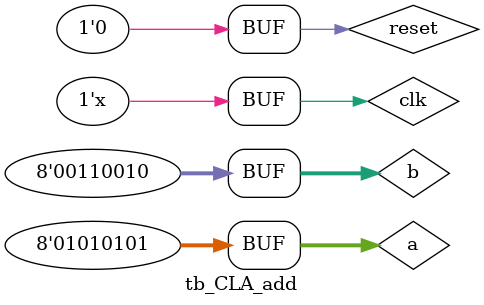
<source format=v>
module tb_CLA_add;
    reg [7:0] a, b;

    reg clk, reset;
    wire [8:0] out;

    CLA_add #(.N(8)) DUT (
        .A(a), .B(b),
        .clk(clk), .reset(reset),
        .sum(out)
    );

    always #5 clk = ~clk;

    initial begin
        
        a = 0; b = 0;
        clk = 0; reset = 1;

        #15;
        reset = 0;

        #10;
        a = 7'b0110011; b = 7'b0011110;

        #10;
        a = 7'b1010101; b = 7'b0110010;


    end

    always @(posedge clk) begin
        if (!reset) begin // Only display meaningful data when not in reset
            $display("Time: %0t, Input A: %b, Input B: %b, Output Product: %b", $time, a, b, out);
        end
    end    
    
endmodule
</source>
